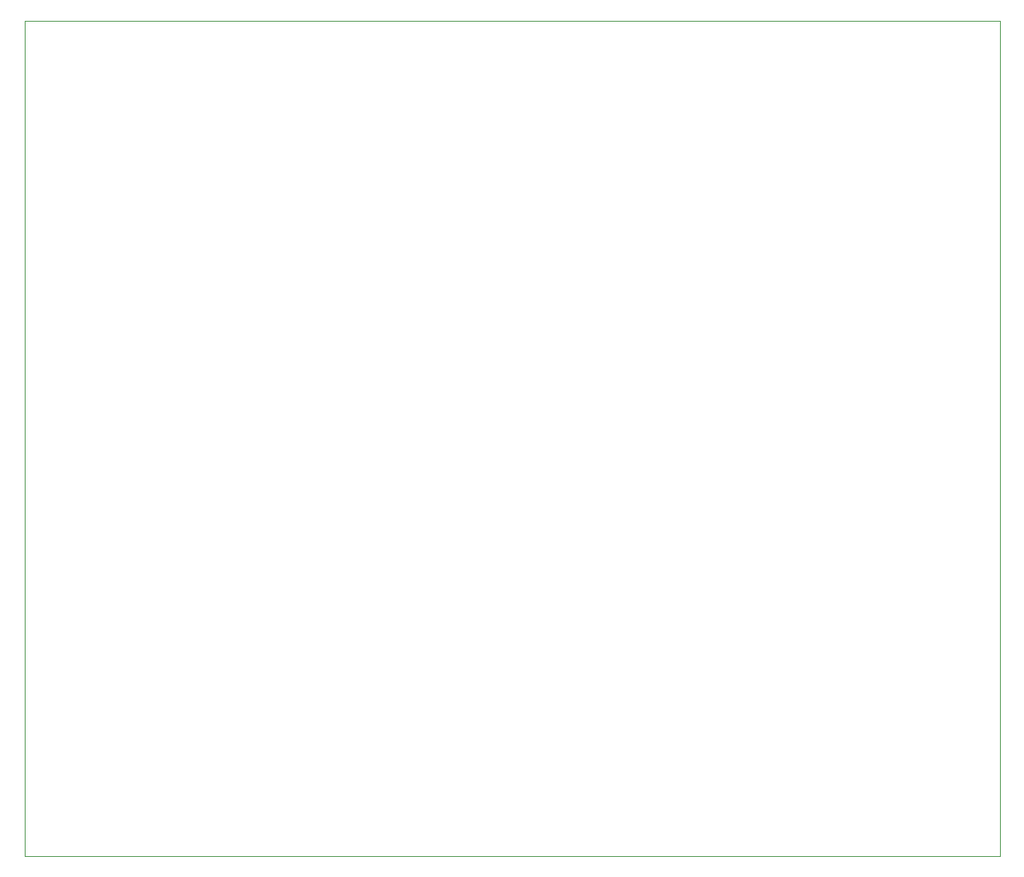
<source format=gbr>
G04 Layer_Color=0*
%FSLAX26Y26*%
%MOIN*%
%TF.FileFunction,Profile,NP*%
%TF.Part,Single*%
G01*
G75*
%TA.AperFunction,Profile*%
%ADD32C,0.001000*%
D32*
X-200000Y-800000D02*
X3999999Y-800000D01*
X4000000Y2800000D01*
X-200000Y2800000D01*
X-200000Y-800000D01*
%TF.MD5,b52181426028caa59ca4a6c5c905656a*%
M02*

</source>
